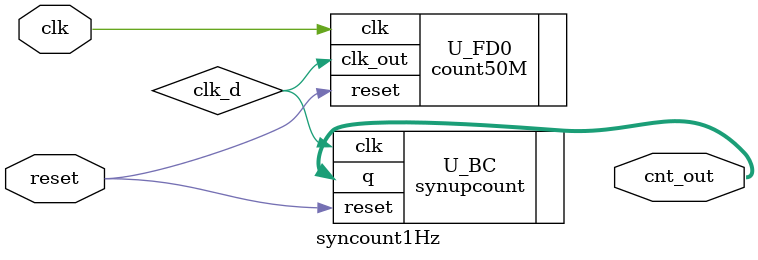
<source format=v>
`timescale 1ns / 1ps

module syncount1Hz(
    clk, // clock from oscillator
    reset, // active low reset
    cnt_out
);

input clk; // clock from oscillator
input reset; // active low reset
output [3:0]cnt_out;
wire clk_d; // frequency-divided clock
wire [3:0] cnt_out; // binary counter output

// Frequency Divider
count50M U_FD0(
    .clk_out(clk_d), //divided clock output
    .clk(clk), // clock from the 40MHz oscillator
    .reset(reset) // low active reset
);
// Binary Counter
synupcount U_BC(
    .q(cnt_out), //counter output
    .clk(clk_d), // clock
    .reset(reset) //active low reset
);

endmodule
   
</source>
